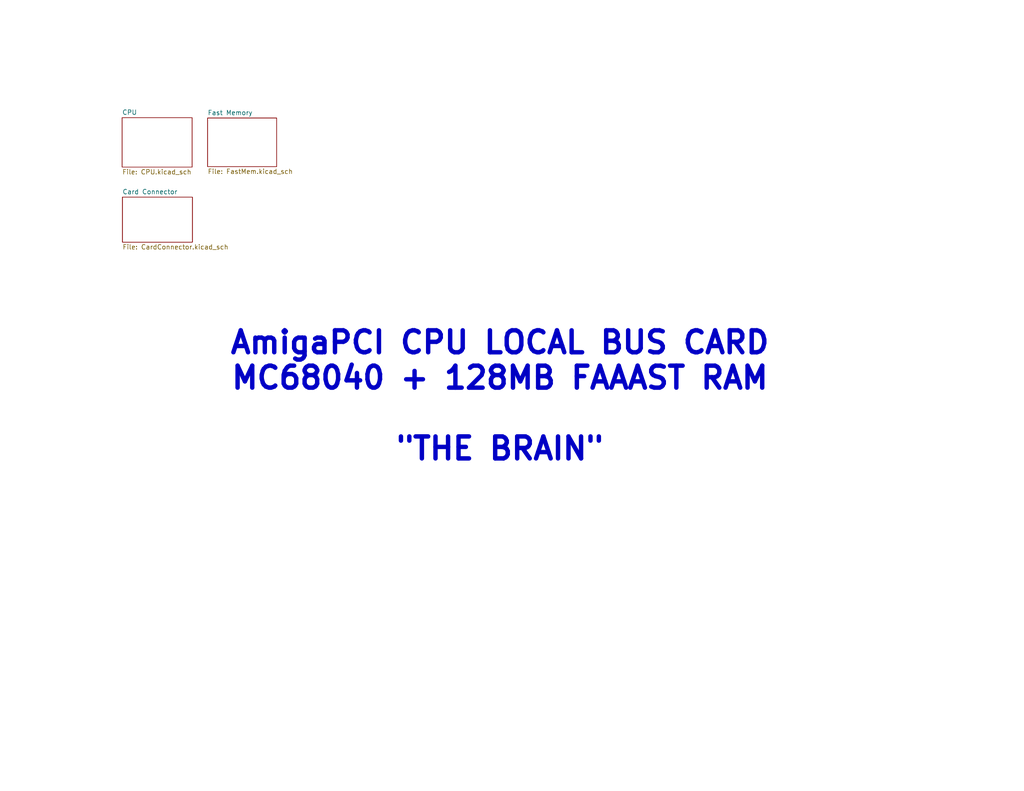
<source format=kicad_sch>
(kicad_sch
	(version 20231120)
	(generator "eeschema")
	(generator_version "8.0")
	(uuid "e4eb271a-56d6-4281-ada6-40852f202c68")
	(paper "A")
	(title_block
		(title "AmigaPCI 68040")
		(date "2024-05-31")
		(rev "2.0")
	)
	(lib_symbols)
	(text "AmigaPCI CPU LOCAL BUS CARD\nMC68040 + 128MB FAAAST RAM\n\n\"THE BRAIN\""
		(exclude_from_sim no)
		(at 136.398 108.204 0)
		(effects
			(font
				(size 6 6)
				(thickness 1.2)
				(bold yes)
			)
		)
		(uuid "e4719dee-c6fa-4357-bdd5-3e23855fa21d")
	)
	(sheet
		(at 33.33 32.13)
		(size 19.1 13.5)
		(fields_autoplaced yes)
		(stroke
			(width 0.1524)
			(type solid)
		)
		(fill
			(color 0 0 0 0.0000)
		)
		(uuid "0949e450-9e28-4a27-951c-3961f6039256")
		(property "Sheetname" "CPU"
			(at 33.33 31.4184 0)
			(effects
				(font
					(size 1.27 1.27)
				)
				(justify left bottom)
			)
		)
		(property "Sheetfile" "CPU.kicad_sch"
			(at 33.33 46.2146 0)
			(effects
				(font
					(size 1.27 1.27)
				)
				(justify left top)
			)
		)
		(instances
			(project "AmigaPCI 68040"
				(path "/e4eb271a-56d6-4281-ada6-40852f202c68"
					(page "2")
				)
			)
		)
	)
	(sheet
		(at 56.65 32.23)
		(size 18.85 13.27)
		(fields_autoplaced yes)
		(stroke
			(width 0.1524)
			(type solid)
		)
		(fill
			(color 0 0 0 0.0000)
		)
		(uuid "bb4ae098-973b-46ca-b387-f2229a81b6e3")
		(property "Sheetname" "Fast Memory"
			(at 56.65 31.5184 0)
			(effects
				(font
					(size 1.27 1.27)
				)
				(justify left bottom)
			)
		)
		(property "Sheetfile" "FastMem.kicad_sch"
			(at 56.65 46.0846 0)
			(effects
				(font
					(size 1.27 1.27)
				)
				(justify left top)
			)
		)
		(instances
			(project "AmigaPCI 68040"
				(path "/e4eb271a-56d6-4281-ada6-40852f202c68"
					(page "3")
				)
			)
		)
	)
	(sheet
		(at 33.4 53.82)
		(size 19.1 12.3)
		(fields_autoplaced yes)
		(stroke
			(width 0.1524)
			(type solid)
		)
		(fill
			(color 0 0 0 0.0000)
		)
		(uuid "e434a9c9-dc49-4b97-aed3-c8d4620b07ee")
		(property "Sheetname" "Card Connector"
			(at 33.4 53.1084 0)
			(effects
				(font
					(size 1.27 1.27)
				)
				(justify left bottom)
			)
		)
		(property "Sheetfile" "CardConnector.kicad_sch"
			(at 33.4 66.7046 0)
			(effects
				(font
					(size 1.27 1.27)
				)
				(justify left top)
			)
		)
		(instances
			(project "AmigaPCI 68040"
				(path "/e4eb271a-56d6-4281-ada6-40852f202c68"
					(page "4")
				)
			)
		)
	)
	(sheet_instances
		(path "/"
			(page "1")
		)
	)
)

</source>
